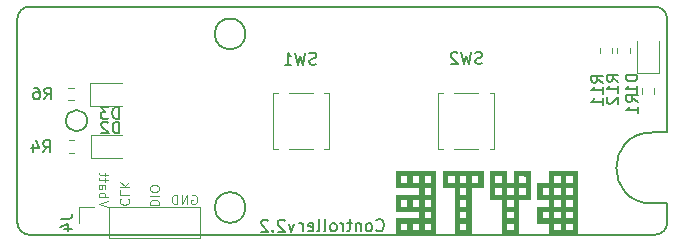
<source format=gbr>
%TF.GenerationSoftware,KiCad,Pcbnew,(5.1.10)-1*%
%TF.CreationDate,2021-10-06T18:40:40-05:00*%
%TF.ProjectId,BYTE_Control_Board,42595445-5f43-46f6-9e74-726f6c5f426f,v2.2*%
%TF.SameCoordinates,Original*%
%TF.FileFunction,Legend,Bot*%
%TF.FilePolarity,Positive*%
%FSLAX46Y46*%
G04 Gerber Fmt 4.6, Leading zero omitted, Abs format (unit mm)*
G04 Created by KiCad (PCBNEW (5.1.10)-1) date 2021-10-06 18:40:40*
%MOMM*%
%LPD*%
G01*
G04 APERTURE LIST*
%ADD10C,0.150000*%
%TA.AperFunction,Profile*%
%ADD11C,0.200000*%
%TD*%
%ADD12C,0.120000*%
%ADD13C,0.010000*%
G04 APERTURE END LIST*
D10*
X143908571Y-142295714D02*
X143670476Y-142962380D01*
X143432380Y-142295714D01*
X143099047Y-142057619D02*
X143051428Y-142010000D01*
X142956190Y-141962380D01*
X142718095Y-141962380D01*
X142622857Y-142010000D01*
X142575238Y-142057619D01*
X142527619Y-142152857D01*
X142527619Y-142248095D01*
X142575238Y-142390952D01*
X143146666Y-142962380D01*
X142527619Y-142962380D01*
X142099047Y-142867142D02*
X142051428Y-142914761D01*
X142099047Y-142962380D01*
X142146666Y-142914761D01*
X142099047Y-142867142D01*
X142099047Y-142962380D01*
X141670476Y-142057619D02*
X141622857Y-142010000D01*
X141527619Y-141962380D01*
X141289523Y-141962380D01*
X141194285Y-142010000D01*
X141146666Y-142057619D01*
X141099047Y-142152857D01*
X141099047Y-142248095D01*
X141146666Y-142390952D01*
X141718095Y-142962380D01*
X141099047Y-142962380D01*
D11*
X121480000Y-143220004D02*
G75*
G02*
X120480000Y-142220004I0J1000000D01*
G01*
X174480000Y-123920004D02*
G75*
G02*
X175480000Y-124920004I0J-1000000D01*
G01*
X174180000Y-140570004D02*
X175480000Y-140570004D01*
X174480000Y-143220004D02*
X121480000Y-143220004D01*
X120480000Y-124920004D02*
G75*
G02*
X121480000Y-123920004I1000000J0D01*
G01*
X126380000Y-133570004D02*
G75*
G03*
X126380000Y-133570004I-900000J0D01*
G01*
X139780001Y-126220004D02*
G75*
G03*
X139780001Y-126220004I-1300001J0D01*
G01*
X174180000Y-140570004D02*
G75*
G02*
X174180000Y-134570004I0J3000000D01*
G01*
X139780001Y-140920004D02*
G75*
G03*
X139780001Y-140920004I-1300001J0D01*
G01*
X175480000Y-140570004D02*
X175480000Y-142220004D01*
X175480000Y-142220004D02*
G75*
G02*
X174480000Y-143220004I-1000000J0D01*
G01*
X120480000Y-142220004D02*
X120480000Y-124920004D01*
X175480000Y-134570004D02*
X174180000Y-134570004D01*
X121480000Y-123920004D02*
X174480000Y-123920004D01*
X175480000Y-124920004D02*
X175480000Y-134570004D01*
D10*
X150874761Y-142827142D02*
X150922380Y-142874761D01*
X151065238Y-142922380D01*
X151160476Y-142922380D01*
X151303333Y-142874761D01*
X151398571Y-142779523D01*
X151446190Y-142684285D01*
X151493809Y-142493809D01*
X151493809Y-142350952D01*
X151446190Y-142160476D01*
X151398571Y-142065238D01*
X151303333Y-141970000D01*
X151160476Y-141922380D01*
X151065238Y-141922380D01*
X150922380Y-141970000D01*
X150874761Y-142017619D01*
X150303333Y-142922380D02*
X150398571Y-142874761D01*
X150446190Y-142827142D01*
X150493809Y-142731904D01*
X150493809Y-142446190D01*
X150446190Y-142350952D01*
X150398571Y-142303333D01*
X150303333Y-142255714D01*
X150160476Y-142255714D01*
X150065238Y-142303333D01*
X150017619Y-142350952D01*
X149970000Y-142446190D01*
X149970000Y-142731904D01*
X150017619Y-142827142D01*
X150065238Y-142874761D01*
X150160476Y-142922380D01*
X150303333Y-142922380D01*
X149541428Y-142255714D02*
X149541428Y-142922380D01*
X149541428Y-142350952D02*
X149493809Y-142303333D01*
X149398571Y-142255714D01*
X149255714Y-142255714D01*
X149160476Y-142303333D01*
X149112857Y-142398571D01*
X149112857Y-142922380D01*
X148779523Y-142255714D02*
X148398571Y-142255714D01*
X148636666Y-141922380D02*
X148636666Y-142779523D01*
X148589047Y-142874761D01*
X148493809Y-142922380D01*
X148398571Y-142922380D01*
X148065238Y-142922380D02*
X148065238Y-142255714D01*
X148065238Y-142446190D02*
X148017619Y-142350952D01*
X147970000Y-142303333D01*
X147874761Y-142255714D01*
X147779523Y-142255714D01*
X147303333Y-142922380D02*
X147398571Y-142874761D01*
X147446190Y-142827142D01*
X147493809Y-142731904D01*
X147493809Y-142446190D01*
X147446190Y-142350952D01*
X147398571Y-142303333D01*
X147303333Y-142255714D01*
X147160476Y-142255714D01*
X147065238Y-142303333D01*
X147017619Y-142350952D01*
X146970000Y-142446190D01*
X146970000Y-142731904D01*
X147017619Y-142827142D01*
X147065238Y-142874761D01*
X147160476Y-142922380D01*
X147303333Y-142922380D01*
X146398571Y-142922380D02*
X146493809Y-142874761D01*
X146541428Y-142779523D01*
X146541428Y-141922380D01*
X145874761Y-142922380D02*
X145970000Y-142874761D01*
X146017619Y-142779523D01*
X146017619Y-141922380D01*
X145112857Y-142874761D02*
X145208095Y-142922380D01*
X145398571Y-142922380D01*
X145493809Y-142874761D01*
X145541428Y-142779523D01*
X145541428Y-142398571D01*
X145493809Y-142303333D01*
X145398571Y-142255714D01*
X145208095Y-142255714D01*
X145112857Y-142303333D01*
X145065238Y-142398571D01*
X145065238Y-142493809D01*
X145541428Y-142589047D01*
X144636666Y-142922380D02*
X144636666Y-142255714D01*
X144636666Y-142446190D02*
X144589047Y-142350952D01*
X144541428Y-142303333D01*
X144446190Y-142255714D01*
X144350952Y-142255714D01*
D12*
X135239523Y-139870000D02*
X135315714Y-139831904D01*
X135430000Y-139831904D01*
X135544285Y-139870000D01*
X135620476Y-139946190D01*
X135658571Y-140022380D01*
X135696666Y-140174761D01*
X135696666Y-140289047D01*
X135658571Y-140441428D01*
X135620476Y-140517619D01*
X135544285Y-140593809D01*
X135430000Y-140631904D01*
X135353809Y-140631904D01*
X135239523Y-140593809D01*
X135201428Y-140555714D01*
X135201428Y-140289047D01*
X135353809Y-140289047D01*
X134858571Y-140631904D02*
X134858571Y-139831904D01*
X134401428Y-140631904D01*
X134401428Y-139831904D01*
X134020476Y-140631904D02*
X134020476Y-139831904D01*
X133830000Y-139831904D01*
X133715714Y-139870000D01*
X133639523Y-139946190D01*
X133601428Y-140022380D01*
X133563333Y-140174761D01*
X133563333Y-140289047D01*
X133601428Y-140441428D01*
X133639523Y-140517619D01*
X133715714Y-140593809D01*
X133830000Y-140631904D01*
X134020476Y-140631904D01*
X131688095Y-140729047D02*
X132488095Y-140729047D01*
X132488095Y-140538571D01*
X132450000Y-140424285D01*
X132373809Y-140348095D01*
X132297619Y-140310000D01*
X132145238Y-140271904D01*
X132030952Y-140271904D01*
X131878571Y-140310000D01*
X131802380Y-140348095D01*
X131726190Y-140424285D01*
X131688095Y-140538571D01*
X131688095Y-140729047D01*
X131688095Y-139929047D02*
X132488095Y-139929047D01*
X132488095Y-139395714D02*
X132488095Y-139243333D01*
X132450000Y-139167142D01*
X132373809Y-139090952D01*
X132221428Y-139052857D01*
X131954761Y-139052857D01*
X131802380Y-139090952D01*
X131726190Y-139167142D01*
X131688095Y-139243333D01*
X131688095Y-139395714D01*
X131726190Y-139471904D01*
X131802380Y-139548095D01*
X131954761Y-139586190D01*
X132221428Y-139586190D01*
X132373809Y-139548095D01*
X132450000Y-139471904D01*
X132488095Y-139395714D01*
X129214285Y-140186190D02*
X129176190Y-140224285D01*
X129138095Y-140338571D01*
X129138095Y-140414761D01*
X129176190Y-140529047D01*
X129252380Y-140605238D01*
X129328571Y-140643333D01*
X129480952Y-140681428D01*
X129595238Y-140681428D01*
X129747619Y-140643333D01*
X129823809Y-140605238D01*
X129900000Y-140529047D01*
X129938095Y-140414761D01*
X129938095Y-140338571D01*
X129900000Y-140224285D01*
X129861904Y-140186190D01*
X129138095Y-139462380D02*
X129138095Y-139843333D01*
X129938095Y-139843333D01*
X129138095Y-139195714D02*
X129938095Y-139195714D01*
X129138095Y-138738571D02*
X129595238Y-139081428D01*
X129938095Y-138738571D02*
X129480952Y-139195714D01*
X128168095Y-140867619D02*
X127368095Y-140600952D01*
X128168095Y-140334285D01*
X127368095Y-140067619D02*
X128168095Y-140067619D01*
X127863333Y-140067619D02*
X127901428Y-139991428D01*
X127901428Y-139839047D01*
X127863333Y-139762857D01*
X127825238Y-139724761D01*
X127749047Y-139686666D01*
X127520476Y-139686666D01*
X127444285Y-139724761D01*
X127406190Y-139762857D01*
X127368095Y-139839047D01*
X127368095Y-139991428D01*
X127406190Y-140067619D01*
X127368095Y-139000952D02*
X127787142Y-139000952D01*
X127863333Y-139039047D01*
X127901428Y-139115238D01*
X127901428Y-139267619D01*
X127863333Y-139343809D01*
X127406190Y-139000952D02*
X127368095Y-139077142D01*
X127368095Y-139267619D01*
X127406190Y-139343809D01*
X127482380Y-139381904D01*
X127558571Y-139381904D01*
X127634761Y-139343809D01*
X127672857Y-139267619D01*
X127672857Y-139077142D01*
X127710952Y-139000952D01*
X127901428Y-138734285D02*
X127901428Y-138429523D01*
X128168095Y-138620000D02*
X127482380Y-138620000D01*
X127406190Y-138581904D01*
X127368095Y-138505714D01*
X127368095Y-138429523D01*
X127901428Y-138277142D02*
X127901428Y-137972380D01*
X128168095Y-138162857D02*
X127482380Y-138162857D01*
X127406190Y-138124761D01*
X127368095Y-138048571D01*
X127368095Y-137972380D01*
D13*
%TO.C,Ref\u002A\u002A*%
G36*
X167865000Y-143220167D02*
G01*
X165494334Y-143220167D01*
X165494334Y-142204167D01*
X165854167Y-142204167D01*
X165854167Y-142839167D01*
X166489167Y-142839167D01*
X166489167Y-142204167D01*
X166870167Y-142204167D01*
X166870167Y-142839167D01*
X167484000Y-142839167D01*
X167484000Y-142204167D01*
X166870167Y-142204167D01*
X166489167Y-142204167D01*
X165854167Y-142204167D01*
X165494334Y-142204167D01*
X164499500Y-142204167D01*
X164499500Y-141209334D01*
X164859334Y-141209334D01*
X164859334Y-141844334D01*
X165494334Y-141844334D01*
X165494334Y-141209334D01*
X165854167Y-141209334D01*
X165854167Y-141844334D01*
X166489167Y-141844334D01*
X166489167Y-141209334D01*
X166870167Y-141209334D01*
X166870167Y-141844334D01*
X167484000Y-141844334D01*
X167484000Y-141209334D01*
X166870167Y-141209334D01*
X166489167Y-141209334D01*
X165854167Y-141209334D01*
X165494334Y-141209334D01*
X164859334Y-141209334D01*
X164499500Y-141209334D01*
X164499500Y-140849500D01*
X165494334Y-140849500D01*
X165494334Y-140214500D01*
X165854167Y-140214500D01*
X165854167Y-140849500D01*
X166489167Y-140849500D01*
X166489167Y-140214500D01*
X166870167Y-140214500D01*
X166870167Y-140849500D01*
X167484000Y-140849500D01*
X167484000Y-140214500D01*
X166870167Y-140214500D01*
X166489167Y-140214500D01*
X165854167Y-140214500D01*
X165494334Y-140214500D01*
X164499500Y-140214500D01*
X164499500Y-139219667D01*
X164859334Y-139219667D01*
X164859334Y-139833500D01*
X165494334Y-139833500D01*
X165494334Y-139219667D01*
X165854167Y-139219667D01*
X165854167Y-139833500D01*
X166489167Y-139833500D01*
X166489167Y-139219667D01*
X166870167Y-139219667D01*
X166870167Y-139833500D01*
X167484000Y-139833500D01*
X167484000Y-139219667D01*
X166870167Y-139219667D01*
X166489167Y-139219667D01*
X165854167Y-139219667D01*
X165494334Y-139219667D01*
X164859334Y-139219667D01*
X164499500Y-139219667D01*
X164499500Y-138838667D01*
X165494334Y-138838667D01*
X165494334Y-138203667D01*
X165854167Y-138203667D01*
X165854167Y-138838667D01*
X166489167Y-138838667D01*
X166489167Y-138203667D01*
X166870167Y-138203667D01*
X166870167Y-138838667D01*
X167484000Y-138838667D01*
X167484000Y-138203667D01*
X166870167Y-138203667D01*
X166489167Y-138203667D01*
X165854167Y-138203667D01*
X165494334Y-138203667D01*
X165494334Y-137843834D01*
X167865000Y-137843834D01*
X167865000Y-143220167D01*
G37*
X167865000Y-143220167D02*
X165494334Y-143220167D01*
X165494334Y-142204167D01*
X165854167Y-142204167D01*
X165854167Y-142839167D01*
X166489167Y-142839167D01*
X166489167Y-142204167D01*
X166870167Y-142204167D01*
X166870167Y-142839167D01*
X167484000Y-142839167D01*
X167484000Y-142204167D01*
X166870167Y-142204167D01*
X166489167Y-142204167D01*
X165854167Y-142204167D01*
X165494334Y-142204167D01*
X164499500Y-142204167D01*
X164499500Y-141209334D01*
X164859334Y-141209334D01*
X164859334Y-141844334D01*
X165494334Y-141844334D01*
X165494334Y-141209334D01*
X165854167Y-141209334D01*
X165854167Y-141844334D01*
X166489167Y-141844334D01*
X166489167Y-141209334D01*
X166870167Y-141209334D01*
X166870167Y-141844334D01*
X167484000Y-141844334D01*
X167484000Y-141209334D01*
X166870167Y-141209334D01*
X166489167Y-141209334D01*
X165854167Y-141209334D01*
X165494334Y-141209334D01*
X164859334Y-141209334D01*
X164499500Y-141209334D01*
X164499500Y-140849500D01*
X165494334Y-140849500D01*
X165494334Y-140214500D01*
X165854167Y-140214500D01*
X165854167Y-140849500D01*
X166489167Y-140849500D01*
X166489167Y-140214500D01*
X166870167Y-140214500D01*
X166870167Y-140849500D01*
X167484000Y-140849500D01*
X167484000Y-140214500D01*
X166870167Y-140214500D01*
X166489167Y-140214500D01*
X165854167Y-140214500D01*
X165494334Y-140214500D01*
X164499500Y-140214500D01*
X164499500Y-139219667D01*
X164859334Y-139219667D01*
X164859334Y-139833500D01*
X165494334Y-139833500D01*
X165494334Y-139219667D01*
X165854167Y-139219667D01*
X165854167Y-139833500D01*
X166489167Y-139833500D01*
X166489167Y-139219667D01*
X166870167Y-139219667D01*
X166870167Y-139833500D01*
X167484000Y-139833500D01*
X167484000Y-139219667D01*
X166870167Y-139219667D01*
X166489167Y-139219667D01*
X165854167Y-139219667D01*
X165494334Y-139219667D01*
X164859334Y-139219667D01*
X164499500Y-139219667D01*
X164499500Y-138838667D01*
X165494334Y-138838667D01*
X165494334Y-138203667D01*
X165854167Y-138203667D01*
X165854167Y-138838667D01*
X166489167Y-138838667D01*
X166489167Y-138203667D01*
X166870167Y-138203667D01*
X166870167Y-138838667D01*
X167484000Y-138838667D01*
X167484000Y-138203667D01*
X166870167Y-138203667D01*
X166489167Y-138203667D01*
X165854167Y-138203667D01*
X165494334Y-138203667D01*
X165494334Y-137843834D01*
X167865000Y-137843834D01*
X167865000Y-143220167D01*
G36*
X161864250Y-137854417D02*
G01*
X161875614Y-138838667D01*
X162488667Y-138838667D01*
X162869667Y-138838667D01*
X163505799Y-138838667D01*
X163499941Y-138526459D01*
X163494084Y-138214250D01*
X163181875Y-138208393D01*
X162869667Y-138202535D01*
X162869667Y-138838667D01*
X162488667Y-138838667D01*
X162488667Y-137843834D01*
X163864500Y-137843834D01*
X163864500Y-140214500D01*
X162869667Y-140214500D01*
X162869667Y-143220167D01*
X161493834Y-143220167D01*
X161493834Y-142204167D01*
X161874834Y-142204167D01*
X161874834Y-142839167D01*
X162488667Y-142839167D01*
X162488667Y-142204167D01*
X161874834Y-142204167D01*
X161493834Y-142204167D01*
X161493834Y-141209334D01*
X161874834Y-141209334D01*
X161874834Y-141844334D01*
X162488667Y-141844334D01*
X162488667Y-141209334D01*
X161874834Y-141209334D01*
X161493834Y-141209334D01*
X161493834Y-140214500D01*
X161874834Y-140214500D01*
X161874834Y-140849500D01*
X162488667Y-140849500D01*
X162488667Y-140214500D01*
X161874834Y-140214500D01*
X161493834Y-140214500D01*
X160499000Y-140214500D01*
X160499000Y-139219667D01*
X160858834Y-139219667D01*
X160858834Y-139833500D01*
X161493834Y-139833500D01*
X161493834Y-139219667D01*
X161874834Y-139219667D01*
X161874834Y-139833500D01*
X162488667Y-139833500D01*
X162488667Y-139219667D01*
X162869667Y-139219667D01*
X162869667Y-139833500D01*
X163504667Y-139833500D01*
X163504667Y-139219667D01*
X162869667Y-139219667D01*
X162488667Y-139219667D01*
X161874834Y-139219667D01*
X161493834Y-139219667D01*
X160858834Y-139219667D01*
X160499000Y-139219667D01*
X160499000Y-138203667D01*
X160858834Y-138203667D01*
X160858834Y-138838667D01*
X161493834Y-138838667D01*
X161493834Y-138203667D01*
X160858834Y-138203667D01*
X160499000Y-138203667D01*
X160499000Y-137843247D01*
X161864250Y-137854417D01*
G37*
X161864250Y-137854417D02*
X161875614Y-138838667D01*
X162488667Y-138838667D01*
X162869667Y-138838667D01*
X163505799Y-138838667D01*
X163499941Y-138526459D01*
X163494084Y-138214250D01*
X163181875Y-138208393D01*
X162869667Y-138202535D01*
X162869667Y-138838667D01*
X162488667Y-138838667D01*
X162488667Y-137843834D01*
X163864500Y-137843834D01*
X163864500Y-140214500D01*
X162869667Y-140214500D01*
X162869667Y-143220167D01*
X161493834Y-143220167D01*
X161493834Y-142204167D01*
X161874834Y-142204167D01*
X161874834Y-142839167D01*
X162488667Y-142839167D01*
X162488667Y-142204167D01*
X161874834Y-142204167D01*
X161493834Y-142204167D01*
X161493834Y-141209334D01*
X161874834Y-141209334D01*
X161874834Y-141844334D01*
X162488667Y-141844334D01*
X162488667Y-141209334D01*
X161874834Y-141209334D01*
X161493834Y-141209334D01*
X161493834Y-140214500D01*
X161874834Y-140214500D01*
X161874834Y-140849500D01*
X162488667Y-140849500D01*
X162488667Y-140214500D01*
X161874834Y-140214500D01*
X161493834Y-140214500D01*
X160499000Y-140214500D01*
X160499000Y-139219667D01*
X160858834Y-139219667D01*
X160858834Y-139833500D01*
X161493834Y-139833500D01*
X161493834Y-139219667D01*
X161874834Y-139219667D01*
X161874834Y-139833500D01*
X162488667Y-139833500D01*
X162488667Y-139219667D01*
X162869667Y-139219667D01*
X162869667Y-139833500D01*
X163504667Y-139833500D01*
X163504667Y-139219667D01*
X162869667Y-139219667D01*
X162488667Y-139219667D01*
X161874834Y-139219667D01*
X161493834Y-139219667D01*
X160858834Y-139219667D01*
X160499000Y-139219667D01*
X160499000Y-138203667D01*
X160858834Y-138203667D01*
X160858834Y-138838667D01*
X161493834Y-138838667D01*
X161493834Y-138203667D01*
X160858834Y-138203667D01*
X160499000Y-138203667D01*
X160499000Y-137843247D01*
X161864250Y-137854417D01*
G36*
X159864000Y-139219667D02*
G01*
X158869167Y-139219667D01*
X158869167Y-143220167D01*
X157493334Y-143220167D01*
X157493334Y-142204167D01*
X157874334Y-142204167D01*
X157874334Y-142839167D01*
X158488167Y-142839167D01*
X158488167Y-142204167D01*
X157874334Y-142204167D01*
X157493334Y-142204167D01*
X157493334Y-141209334D01*
X157874334Y-141209334D01*
X157874334Y-141844334D01*
X158488167Y-141844334D01*
X158488167Y-141209334D01*
X157874334Y-141209334D01*
X157493334Y-141209334D01*
X157493334Y-140214500D01*
X157874334Y-140214500D01*
X157874334Y-140849500D01*
X158488167Y-140849500D01*
X158488167Y-140214500D01*
X157874334Y-140214500D01*
X157493334Y-140214500D01*
X157493334Y-139219667D01*
X157874334Y-139219667D01*
X157874334Y-139833500D01*
X158488167Y-139833500D01*
X158488167Y-139219667D01*
X157874334Y-139219667D01*
X157493334Y-139219667D01*
X156498500Y-139219667D01*
X156498500Y-138203667D01*
X156858334Y-138203667D01*
X156858334Y-138838667D01*
X157493334Y-138838667D01*
X157493334Y-138203667D01*
X157874334Y-138203667D01*
X157874334Y-138838667D01*
X158488167Y-138838667D01*
X158488167Y-138203667D01*
X158869167Y-138203667D01*
X158869167Y-138838667D01*
X159504167Y-138838667D01*
X159504167Y-138203667D01*
X158869167Y-138203667D01*
X158488167Y-138203667D01*
X157874334Y-138203667D01*
X157493334Y-138203667D01*
X156858334Y-138203667D01*
X156498500Y-138203667D01*
X156498500Y-137843834D01*
X159864000Y-137843834D01*
X159864000Y-139219667D01*
G37*
X159864000Y-139219667D02*
X158869167Y-139219667D01*
X158869167Y-143220167D01*
X157493334Y-143220167D01*
X157493334Y-142204167D01*
X157874334Y-142204167D01*
X157874334Y-142839167D01*
X158488167Y-142839167D01*
X158488167Y-142204167D01*
X157874334Y-142204167D01*
X157493334Y-142204167D01*
X157493334Y-141209334D01*
X157874334Y-141209334D01*
X157874334Y-141844334D01*
X158488167Y-141844334D01*
X158488167Y-141209334D01*
X157874334Y-141209334D01*
X157493334Y-141209334D01*
X157493334Y-140214500D01*
X157874334Y-140214500D01*
X157874334Y-140849500D01*
X158488167Y-140849500D01*
X158488167Y-140214500D01*
X157874334Y-140214500D01*
X157493334Y-140214500D01*
X157493334Y-139219667D01*
X157874334Y-139219667D01*
X157874334Y-139833500D01*
X158488167Y-139833500D01*
X158488167Y-139219667D01*
X157874334Y-139219667D01*
X157493334Y-139219667D01*
X156498500Y-139219667D01*
X156498500Y-138203667D01*
X156858334Y-138203667D01*
X156858334Y-138838667D01*
X157493334Y-138838667D01*
X157493334Y-138203667D01*
X157874334Y-138203667D01*
X157874334Y-138838667D01*
X158488167Y-138838667D01*
X158488167Y-138203667D01*
X158869167Y-138203667D01*
X158869167Y-138838667D01*
X159504167Y-138838667D01*
X159504167Y-138203667D01*
X158869167Y-138203667D01*
X158488167Y-138203667D01*
X157874334Y-138203667D01*
X157493334Y-138203667D01*
X156858334Y-138203667D01*
X156498500Y-138203667D01*
X156498500Y-137843834D01*
X159864000Y-137843834D01*
X159864000Y-139219667D01*
G36*
X155863500Y-143220167D02*
G01*
X152498000Y-143220167D01*
X152498000Y-142204167D01*
X152857834Y-142204167D01*
X152857834Y-142839167D01*
X153492834Y-142839167D01*
X153492834Y-142204167D01*
X153873834Y-142204167D01*
X153873834Y-142839167D01*
X154487667Y-142839167D01*
X154487667Y-142204167D01*
X154868667Y-142204167D01*
X154868667Y-142839167D01*
X155503667Y-142839167D01*
X155503667Y-142204167D01*
X154868667Y-142204167D01*
X154487667Y-142204167D01*
X153873834Y-142204167D01*
X153492834Y-142204167D01*
X152857834Y-142204167D01*
X152498000Y-142204167D01*
X152498000Y-141844334D01*
X154487667Y-141844334D01*
X154487667Y-141209334D01*
X154868667Y-141209334D01*
X154868667Y-141844334D01*
X155503667Y-141844334D01*
X155503667Y-141209334D01*
X154868667Y-141209334D01*
X154487667Y-141209334D01*
X152498000Y-141209334D01*
X152498000Y-140214500D01*
X152857834Y-140214500D01*
X152857834Y-140849500D01*
X153492834Y-140849500D01*
X153492834Y-140214500D01*
X153873834Y-140214500D01*
X153873834Y-140849500D01*
X154487667Y-140849500D01*
X154487667Y-140214500D01*
X154868667Y-140214500D01*
X154868667Y-140849500D01*
X155503667Y-140849500D01*
X155503667Y-140214500D01*
X154868667Y-140214500D01*
X154487667Y-140214500D01*
X153873834Y-140214500D01*
X153492834Y-140214500D01*
X152857834Y-140214500D01*
X152498000Y-140214500D01*
X152498000Y-139833500D01*
X154487667Y-139833500D01*
X154487667Y-139219667D01*
X154868667Y-139219667D01*
X154868667Y-139833500D01*
X155503667Y-139833500D01*
X155503667Y-139219667D01*
X154868667Y-139219667D01*
X154487667Y-139219667D01*
X152498000Y-139219667D01*
X152498000Y-138203667D01*
X152857834Y-138203667D01*
X152857834Y-138838667D01*
X153492834Y-138838667D01*
X153492834Y-138203667D01*
X153873834Y-138203667D01*
X153873834Y-138838667D01*
X154487667Y-138838667D01*
X154487667Y-138203667D01*
X154868667Y-138203667D01*
X154868667Y-138838667D01*
X155503667Y-138838667D01*
X155503667Y-138203667D01*
X154868667Y-138203667D01*
X154487667Y-138203667D01*
X153873834Y-138203667D01*
X153492834Y-138203667D01*
X152857834Y-138203667D01*
X152498000Y-138203667D01*
X152498000Y-137843834D01*
X155863500Y-137843834D01*
X155863500Y-143220167D01*
G37*
X155863500Y-143220167D02*
X152498000Y-143220167D01*
X152498000Y-142204167D01*
X152857834Y-142204167D01*
X152857834Y-142839167D01*
X153492834Y-142839167D01*
X153492834Y-142204167D01*
X153873834Y-142204167D01*
X153873834Y-142839167D01*
X154487667Y-142839167D01*
X154487667Y-142204167D01*
X154868667Y-142204167D01*
X154868667Y-142839167D01*
X155503667Y-142839167D01*
X155503667Y-142204167D01*
X154868667Y-142204167D01*
X154487667Y-142204167D01*
X153873834Y-142204167D01*
X153492834Y-142204167D01*
X152857834Y-142204167D01*
X152498000Y-142204167D01*
X152498000Y-141844334D01*
X154487667Y-141844334D01*
X154487667Y-141209334D01*
X154868667Y-141209334D01*
X154868667Y-141844334D01*
X155503667Y-141844334D01*
X155503667Y-141209334D01*
X154868667Y-141209334D01*
X154487667Y-141209334D01*
X152498000Y-141209334D01*
X152498000Y-140214500D01*
X152857834Y-140214500D01*
X152857834Y-140849500D01*
X153492834Y-140849500D01*
X153492834Y-140214500D01*
X153873834Y-140214500D01*
X153873834Y-140849500D01*
X154487667Y-140849500D01*
X154487667Y-140214500D01*
X154868667Y-140214500D01*
X154868667Y-140849500D01*
X155503667Y-140849500D01*
X155503667Y-140214500D01*
X154868667Y-140214500D01*
X154487667Y-140214500D01*
X153873834Y-140214500D01*
X153492834Y-140214500D01*
X152857834Y-140214500D01*
X152498000Y-140214500D01*
X152498000Y-139833500D01*
X154487667Y-139833500D01*
X154487667Y-139219667D01*
X154868667Y-139219667D01*
X154868667Y-139833500D01*
X155503667Y-139833500D01*
X155503667Y-139219667D01*
X154868667Y-139219667D01*
X154487667Y-139219667D01*
X152498000Y-139219667D01*
X152498000Y-138203667D01*
X152857834Y-138203667D01*
X152857834Y-138838667D01*
X153492834Y-138838667D01*
X153492834Y-138203667D01*
X153873834Y-138203667D01*
X153873834Y-138838667D01*
X154487667Y-138838667D01*
X154487667Y-138203667D01*
X154868667Y-138203667D01*
X154868667Y-138838667D01*
X155503667Y-138838667D01*
X155503667Y-138203667D01*
X154868667Y-138203667D01*
X154487667Y-138203667D01*
X153873834Y-138203667D01*
X153492834Y-138203667D01*
X152857834Y-138203667D01*
X152498000Y-138203667D01*
X152498000Y-137843834D01*
X155863500Y-137843834D01*
X155863500Y-143220167D01*
D12*
%TO.C,J4*%
X125670000Y-140880000D02*
X125670000Y-142210000D01*
X127000000Y-140880000D02*
X125670000Y-140880000D01*
X128270000Y-140880000D02*
X128270000Y-143540000D01*
X128270000Y-143540000D02*
X135950000Y-143540000D01*
X128270000Y-140880000D02*
X135950000Y-140880000D01*
X135950000Y-140880000D02*
X135950000Y-143540000D01*
%TO.C,SW1*%
X142110000Y-131200004D02*
X142110000Y-135940004D01*
X142110000Y-131200004D02*
X142510000Y-131200004D01*
X142110000Y-135940004D02*
X142510000Y-135940004D01*
X146850000Y-131200004D02*
X146450000Y-131200004D01*
X146850000Y-131200004D02*
X146850000Y-135940004D01*
X146850000Y-135940004D02*
X146450000Y-135940004D01*
X145510000Y-135940004D02*
X143450000Y-135940004D01*
X145510000Y-131200004D02*
X143450000Y-131200004D01*
%TO.C,SW2*%
X156110000Y-131200004D02*
X156110000Y-135940004D01*
X156110000Y-131200004D02*
X156510000Y-131200004D01*
X156110000Y-135940004D02*
X156510000Y-135940004D01*
X160850000Y-131200004D02*
X160450000Y-131200004D01*
X160850000Y-131200004D02*
X160850000Y-135940004D01*
X160850000Y-135940004D02*
X160450000Y-135940004D01*
X159510000Y-135940004D02*
X157450000Y-135940004D01*
X159510000Y-131200004D02*
X157450000Y-131200004D01*
%TO.C,R12*%
X172312500Y-127867258D02*
X172312500Y-127392742D01*
X171267500Y-127867258D02*
X171267500Y-127392742D01*
%TO.C,R11*%
X169797500Y-127387742D02*
X169797500Y-127862258D01*
X170842500Y-127387742D02*
X170842500Y-127862258D01*
%TO.C,R6*%
X124782742Y-131812500D02*
X125257258Y-131812500D01*
X124782742Y-130767500D02*
X125257258Y-130767500D01*
%TO.C,D3*%
X129330000Y-132290000D02*
X126645000Y-132290000D01*
X126645000Y-132290000D02*
X126645000Y-130370000D01*
X126645000Y-130370000D02*
X129330000Y-130370000D01*
%TO.C,R4*%
X124802742Y-135227500D02*
X125277258Y-135227500D01*
X124802742Y-136272500D02*
X125277258Y-136272500D01*
%TO.C,R1*%
X173327500Y-131317258D02*
X173327500Y-130842742D01*
X174372500Y-131317258D02*
X174372500Y-130842742D01*
%TO.C,D2*%
X126675000Y-134795000D02*
X129360000Y-134795000D01*
X126675000Y-136715000D02*
X126675000Y-134795000D01*
X129360000Y-136715000D02*
X126675000Y-136715000D01*
%TO.C,D1*%
X172890000Y-129505000D02*
X172890000Y-126820000D01*
X174810000Y-129505000D02*
X172890000Y-129505000D01*
X174810000Y-126820000D02*
X174810000Y-129505000D01*
%TD*%
%TO.C,J4*%
D10*
X124122380Y-141876666D02*
X124836666Y-141876666D01*
X124979523Y-141829047D01*
X125074761Y-141733809D01*
X125122380Y-141590952D01*
X125122380Y-141495714D01*
X124455714Y-142781428D02*
X125122380Y-142781428D01*
X124074761Y-142543333D02*
X124789047Y-142305238D01*
X124789047Y-142924285D01*
%TO.C,SW1*%
X145763333Y-128774765D02*
X145620476Y-128822384D01*
X145382380Y-128822384D01*
X145287142Y-128774765D01*
X145239523Y-128727146D01*
X145191904Y-128631908D01*
X145191904Y-128536670D01*
X145239523Y-128441432D01*
X145287142Y-128393813D01*
X145382380Y-128346194D01*
X145572857Y-128298575D01*
X145668095Y-128250956D01*
X145715714Y-128203337D01*
X145763333Y-128108099D01*
X145763333Y-128012861D01*
X145715714Y-127917623D01*
X145668095Y-127870004D01*
X145572857Y-127822384D01*
X145334761Y-127822384D01*
X145191904Y-127870004D01*
X144858571Y-127822384D02*
X144620476Y-128822384D01*
X144430000Y-128108099D01*
X144239523Y-128822384D01*
X144001428Y-127822384D01*
X143096666Y-128822384D02*
X143668095Y-128822384D01*
X143382380Y-128822384D02*
X143382380Y-127822384D01*
X143477619Y-127965242D01*
X143572857Y-128060480D01*
X143668095Y-128108099D01*
%TO.C,SW2*%
X159813333Y-128724765D02*
X159670476Y-128772384D01*
X159432380Y-128772384D01*
X159337142Y-128724765D01*
X159289523Y-128677146D01*
X159241904Y-128581908D01*
X159241904Y-128486670D01*
X159289523Y-128391432D01*
X159337142Y-128343813D01*
X159432380Y-128296194D01*
X159622857Y-128248575D01*
X159718095Y-128200956D01*
X159765714Y-128153337D01*
X159813333Y-128058099D01*
X159813333Y-127962861D01*
X159765714Y-127867623D01*
X159718095Y-127820004D01*
X159622857Y-127772384D01*
X159384761Y-127772384D01*
X159241904Y-127820004D01*
X158908571Y-127772384D02*
X158670476Y-128772384D01*
X158480000Y-128058099D01*
X158289523Y-128772384D01*
X158051428Y-127772384D01*
X157718095Y-127867623D02*
X157670476Y-127820004D01*
X157575238Y-127772384D01*
X157337142Y-127772384D01*
X157241904Y-127820004D01*
X157194285Y-127867623D01*
X157146666Y-127962861D01*
X157146666Y-128058099D01*
X157194285Y-128200956D01*
X157765714Y-128772384D01*
X157146666Y-128772384D01*
%TO.C,R12*%
X171352380Y-130257142D02*
X170876190Y-129923809D01*
X171352380Y-129685714D02*
X170352380Y-129685714D01*
X170352380Y-130066666D01*
X170400000Y-130161904D01*
X170447619Y-130209523D01*
X170542857Y-130257142D01*
X170685714Y-130257142D01*
X170780952Y-130209523D01*
X170828571Y-130161904D01*
X170876190Y-130066666D01*
X170876190Y-129685714D01*
X171352380Y-131209523D02*
X171352380Y-130638095D01*
X171352380Y-130923809D02*
X170352380Y-130923809D01*
X170495238Y-130828571D01*
X170590476Y-130733333D01*
X170638095Y-130638095D01*
X170447619Y-131590476D02*
X170400000Y-131638095D01*
X170352380Y-131733333D01*
X170352380Y-131971428D01*
X170400000Y-132066666D01*
X170447619Y-132114285D01*
X170542857Y-132161904D01*
X170638095Y-132161904D01*
X170780952Y-132114285D01*
X171352380Y-131542857D01*
X171352380Y-132161904D01*
%TO.C,R11*%
X170062380Y-130337142D02*
X169586190Y-130003809D01*
X170062380Y-129765714D02*
X169062380Y-129765714D01*
X169062380Y-130146666D01*
X169110000Y-130241904D01*
X169157619Y-130289523D01*
X169252857Y-130337142D01*
X169395714Y-130337142D01*
X169490952Y-130289523D01*
X169538571Y-130241904D01*
X169586190Y-130146666D01*
X169586190Y-129765714D01*
X170062380Y-131289523D02*
X170062380Y-130718095D01*
X170062380Y-131003809D02*
X169062380Y-131003809D01*
X169205238Y-130908571D01*
X169300476Y-130813333D01*
X169348095Y-130718095D01*
X170062380Y-132241904D02*
X170062380Y-131670476D01*
X170062380Y-131956190D02*
X169062380Y-131956190D01*
X169205238Y-131860952D01*
X169300476Y-131765714D01*
X169348095Y-131670476D01*
%TO.C,R6*%
X122766666Y-131762380D02*
X123100000Y-131286190D01*
X123338095Y-131762380D02*
X123338095Y-130762380D01*
X122957142Y-130762380D01*
X122861904Y-130810000D01*
X122814285Y-130857619D01*
X122766666Y-130952857D01*
X122766666Y-131095714D01*
X122814285Y-131190952D01*
X122861904Y-131238571D01*
X122957142Y-131286190D01*
X123338095Y-131286190D01*
X121909523Y-130762380D02*
X122100000Y-130762380D01*
X122195238Y-130810000D01*
X122242857Y-130857619D01*
X122338095Y-131000476D01*
X122385714Y-131190952D01*
X122385714Y-131571904D01*
X122338095Y-131667142D01*
X122290476Y-131714761D01*
X122195238Y-131762380D01*
X122004761Y-131762380D01*
X121909523Y-131714761D01*
X121861904Y-131667142D01*
X121814285Y-131571904D01*
X121814285Y-131333809D01*
X121861904Y-131238571D01*
X121909523Y-131190952D01*
X122004761Y-131143333D01*
X122195238Y-131143333D01*
X122290476Y-131190952D01*
X122338095Y-131238571D01*
X122385714Y-131333809D01*
%TO.C,D3*%
X129068095Y-133432380D02*
X129068095Y-132432380D01*
X128830000Y-132432380D01*
X128687142Y-132480000D01*
X128591904Y-132575238D01*
X128544285Y-132670476D01*
X128496666Y-132860952D01*
X128496666Y-133003809D01*
X128544285Y-133194285D01*
X128591904Y-133289523D01*
X128687142Y-133384761D01*
X128830000Y-133432380D01*
X129068095Y-133432380D01*
X128163333Y-132432380D02*
X127544285Y-132432380D01*
X127877619Y-132813333D01*
X127734761Y-132813333D01*
X127639523Y-132860952D01*
X127591904Y-132908571D01*
X127544285Y-133003809D01*
X127544285Y-133241904D01*
X127591904Y-133337142D01*
X127639523Y-133384761D01*
X127734761Y-133432380D01*
X128020476Y-133432380D01*
X128115714Y-133384761D01*
X128163333Y-133337142D01*
%TO.C,R4*%
X122646666Y-136242380D02*
X122980000Y-135766190D01*
X123218095Y-136242380D02*
X123218095Y-135242380D01*
X122837142Y-135242380D01*
X122741904Y-135290000D01*
X122694285Y-135337619D01*
X122646666Y-135432857D01*
X122646666Y-135575714D01*
X122694285Y-135670952D01*
X122741904Y-135718571D01*
X122837142Y-135766190D01*
X123218095Y-135766190D01*
X121789523Y-135575714D02*
X121789523Y-136242380D01*
X122027619Y-135194761D02*
X122265714Y-135909047D01*
X121646666Y-135909047D01*
%TO.C,R1*%
X173012380Y-131988333D02*
X172536190Y-131655000D01*
X173012380Y-131416904D02*
X172012380Y-131416904D01*
X172012380Y-131797857D01*
X172060000Y-131893095D01*
X172107619Y-131940714D01*
X172202857Y-131988333D01*
X172345714Y-131988333D01*
X172440952Y-131940714D01*
X172488571Y-131893095D01*
X172536190Y-131797857D01*
X172536190Y-131416904D01*
X173012380Y-132940714D02*
X173012380Y-132369285D01*
X173012380Y-132655000D02*
X172012380Y-132655000D01*
X172155238Y-132559761D01*
X172250476Y-132464523D01*
X172298095Y-132369285D01*
%TO.C,D2*%
X129098095Y-134652380D02*
X129098095Y-133652380D01*
X128860000Y-133652380D01*
X128717142Y-133700000D01*
X128621904Y-133795238D01*
X128574285Y-133890476D01*
X128526666Y-134080952D01*
X128526666Y-134223809D01*
X128574285Y-134414285D01*
X128621904Y-134509523D01*
X128717142Y-134604761D01*
X128860000Y-134652380D01*
X129098095Y-134652380D01*
X128145714Y-133747619D02*
X128098095Y-133700000D01*
X128002857Y-133652380D01*
X127764761Y-133652380D01*
X127669523Y-133700000D01*
X127621904Y-133747619D01*
X127574285Y-133842857D01*
X127574285Y-133938095D01*
X127621904Y-134080952D01*
X128193333Y-134652380D01*
X127574285Y-134652380D01*
%TO.C,D1*%
X172962380Y-129661904D02*
X171962380Y-129661904D01*
X171962380Y-129900000D01*
X172010000Y-130042857D01*
X172105238Y-130138095D01*
X172200476Y-130185714D01*
X172390952Y-130233333D01*
X172533809Y-130233333D01*
X172724285Y-130185714D01*
X172819523Y-130138095D01*
X172914761Y-130042857D01*
X172962380Y-129900000D01*
X172962380Y-129661904D01*
X172962380Y-131185714D02*
X172962380Y-130614285D01*
X172962380Y-130900000D02*
X171962380Y-130900000D01*
X172105238Y-130804761D01*
X172200476Y-130709523D01*
X172248095Y-130614285D01*
%TD*%
M02*

</source>
